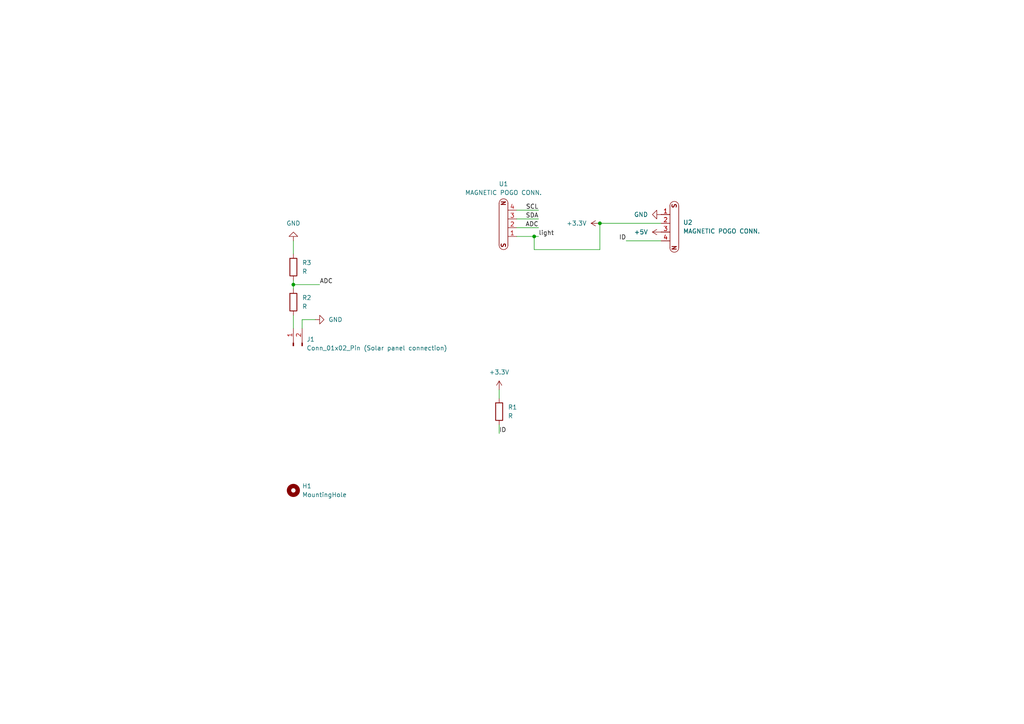
<source format=kicad_sch>
(kicad_sch (version 20250114) (generator "eeschema") (generator_version "9.0")
  (paper "A4")
  (lib_symbols
    (symbol "Connector:Conn_01x02_Pin" (pin_names (offset 1.016) (hide yes))
      (property "Reference" "J" (at 0 2.54 0))
      (property "Value" "Conn_01x02_Pin" (at 0 -5.08 0))
      (symbol "Conn_01x02_Pin_1_1"
        (rectangle (start 0.8636 0.127) (end 0 -0.127) (stroke (width 0.1524)) (fill (type outline)))
        (rectangle (start 0.8636 -2.413) (end 0 -2.667) (stroke (width 0.1524)) (fill (type outline)))
        (polyline (pts (xy 1.27 0) (xy 0.8636 0)) (stroke (width 0.1524)))
        (polyline (pts (xy 1.27 -2.54) (xy 0.8636 -2.54)) (stroke (width 0.1524)))
        (pin passive line (at 5.08 0 180) (length 3.81) (name "Pin_1") (number "1"))
        (pin passive line (at 5.08 -2.54 180) (length 3.81) (name "Pin_2") (number "2"))
      )
    )
    (symbol "Device:R" (pin_numbers (hide yes)) (pin_names (offset 0))
      (property "Reference" "R" (at 2.032 0 90))
      (property "Value" "R" (at 0 0 90))
      (symbol "R_0_1"
        (rectangle (start -1.016 -2.54) (end 1.016 2.54) (stroke (width 0.254)))
      )
      (symbol "R_1_1"
        (pin passive line (at 0 3.81 270) (length 1.27) (name "~") (number "1"))
        (pin passive line (at 0 -3.81 90) (length 1.27) (name "~") (number "2"))
      )
    )
    (symbol "Mechanical:MountingHole" (pin_names (offset 1.016)) (in_bom no)
      (property "Reference" "H" (at 0 5.08 0))
      (property "Value" "MountingHole" (at 0 3.175 0))
      (symbol "MountingHole_0_1"
        (circle (center 0 0) (radius 1.27) (stroke (width 1.27)))
      )
    )
    (symbol "magnetic_pogo_conn.:MAGNETIC_POGO_CONN."
      (property "Reference" "U" (at 0.508 4.826 0))
      (property "Value" "MAGNETIC POGO CONN." (at 0.508 2.54 0))
      (symbol "MAGNETIC_POGO_CONN._1_1"
        (rectangle (start -5.08 1.2954) (end 7.112 1.27) (fill (type background)))
        (arc (start -5.08 -1.27) (mid -6.35 0) (end -5.08 1.27))
        (rectangle (start -5.08 -1.2446) (end 7.112 -1.27) (fill (type background)))
        (arc (start 7.112 1.27) (mid 8.382 0) (end 7.112 -1.27))
        (text "S" (at -5.08 0 0) (effects (font (size 1.27 1.27) (thickness 0.254) (bold yes))))
        (text "N" (at 7.112 0 0) (effects (font (size 1.27 1.27) (thickness 0.254) (bold yes))))
        (pin bidirectional line (at -2.54 -3.81 90) (length 2.54) (name "") (number "1"))
        (pin bidirectional line (at 0 -3.81 90) (length 2.54) (name "") (number "2"))
        (pin bidirectional line (at 2.54 -3.81 90) (length 2.54) (name "") (number "3"))
        (pin bidirectional line (at 5.08 -3.81 90) (length 2.54) (name "") (number "4"))
      )
    )
    (symbol "power:+3.3V" (power) (pin_numbers (hide yes)) (pin_names (offset 0) (hide yes))
      (property "Value" "+3.3V" (at 0 3.556 0))
      (symbol "+3.3V_0_1"
        (polyline (pts (xy -0.762 1.27) (xy 0 2.54)))
        (polyline (pts (xy 0 2.54) (xy 0.762 1.27)))
        (polyline (pts (xy 0 0) (xy 0 2.54)))
      )
      (symbol "+3.3V_1_1"
        (pin power_in line (at 0 0 90) (length 0) (name "~") (number "1"))
      )
    )
    (symbol "power:+5V" (power) (pin_numbers (hide yes)) (pin_names (offset 0) (hide yes))
      (property "Value" "+5V" (at 0 3.556 0))
      (symbol "+5V_0_1"
        (polyline (pts (xy -0.762 1.27) (xy 0 2.54)))
        (polyline (pts (xy 0 2.54) (xy 0.762 1.27)))
        (polyline (pts (xy 0 0) (xy 0 2.54)))
      )
      (symbol "+5V_1_1"
        (pin power_in line (at 0 0 90) (length 0) (name "~") (number "1"))
      )
    )
    (symbol "power:GND" (power) (pin_numbers (hide yes)) (pin_names (offset 0) (hide yes))
      (property "Value" "GND" (at 0 -3.81 0))
      (symbol "GND_0_1"
        (polyline (pts (xy 0 0) (xy 0 -1.27) (xy 1.27 -1.27) (xy 0 -2.54) (xy -1.27 -1.27) (xy 0 -1.27)))
      )
      (symbol "GND_1_1"
        (pin power_in line (at 0 0 270) (length 0) (name "~") (number "1"))
      )
    )
  )
  (junction (at 85.09 82.55))
  (junction (at 173.99 64.77))
  (junction (at 154.94 68.58))
  (wire (pts (xy 149.86 68.58) (xy 154.94 68.58)))
  (wire (pts (xy 144.78 113.03) (xy 144.78 115.57)))
  (wire (pts (xy 156.21 66.04) (xy 149.86 66.04)))
  (wire (pts (xy 85.09 91.44) (xy 85.09 95.25)))
  (wire (pts (xy 154.94 72.39) (xy 154.94 68.58)))
  (wire (pts (xy 85.09 82.55) (xy 85.09 83.82)))
  (wire (pts (xy 85.09 82.55) (xy 92.71 82.55)))
  (wire (pts (xy 173.99 64.77) (xy 173.99 72.39)))
  (wire (pts (xy 181.61 69.85) (xy 191.77 69.85)))
  (wire (pts (xy 87.63 92.71) (xy 91.44 92.71)))
  (wire (pts (xy 156.21 60.96) (xy 149.86 60.96)))
  (wire (pts (xy 154.94 68.58) (xy 156.21 68.58)))
  (wire (pts (xy 85.09 69.85) (xy 85.09 73.66)))
  (wire (pts (xy 144.78 125.73) (xy 144.78 123.19)))
  (wire (pts (xy 87.63 95.25) (xy 87.63 92.71)))
  (wire (pts (xy 173.99 64.77) (xy 191.77 64.77)))
  (wire (pts (xy 173.99 72.39) (xy 154.94 72.39)))
  (wire (pts (xy 156.21 63.5) (xy 149.86 63.5)))
  (wire (pts (xy 85.09 81.28) (xy 85.09 82.55)))
  (label "ADC" (at 92.71 82.55 0))
  (label "SCL" (at 156.21 60.96 180))
  (label "light" (at 156.21 68.58 0))
  (label "SDA" (at 156.21 63.5 180))
  (label "ID" (at 144.78 125.73 0))
  (label "ID" (at 181.61 69.85 180))
  (label "ADC" (at 156.21 66.04 180))
  (symbol (lib_id "Mechanical:MountingHole") (at 85.09 142.24 0) (unit 1) (in_bom no)
    (property "Reference" "H1" (at 87.63 140.9699 0) (effects (justify left)))
    (property "Value" "MountingHole" (at 87.63 143.5099 0) (effects (justify left)))
    (property "Footprint" "MountingHole:MountingHole_2.7mm_M2.5_Pad" (effects (hide yes)))
    (property "Description" "Mounting Hole without connection" (effects (hide yes)))
  )
  (symbol (lib_id "power:GND") (at 91.44 92.71 90) (unit 1)
    (property "Reference" "#PWR04" (effects (hide yes)))
    (property "Value" "GND" (at 95.25 92.7099 90) (effects (justify right)))
    (property "Description" "Power symbol creates a global label with name \"GND\" , ground" (effects (hide yes)))
  )
  (symbol (lib_id "magnetic_pogo_conn.:MAGNETIC_POGO_CONN.") (at 146.05 66.04 90) (unit 1)
    (property "Reference" "U1" (at 146.0373 53.34 90))
    (property "Value" "MAGNETIC POGO CONN." (at 146.0373 55.88 90))
    (property "Footprint" "batteryholder:MAGNETIC POGO CONN." (effects (hide yes)))
  )
  (symbol (lib_id "power:GND") (at 191.77 62.23 270) (unit 1)
    (property "Reference" "#PWR01" (effects (hide yes)))
    (property "Value" "GND" (at 187.96 62.2299 90) (effects (justify right)))
    (property "Description" "Power symbol creates a global label with name \"GND\" , ground" (effects (hide yes)))
  )
  (symbol (lib_id "Device:R") (at 85.09 77.47 0) (unit 1)
    (property "Reference" "R3" (at 87.63 76.1999 0) (effects (justify left)))
    (property "Value" "R" (at 87.63 78.7399 0) (effects (justify left)))
    (property "Footprint" "Resistor_SMD:R_0805_2012Metric" (effects (hide yes)))
    (property "Description" "Resistor" (effects (hide yes)))
  )
  (symbol (lib_id "power:+3.3V") (at 144.78 113.03 0) (unit 1)
    (property "Reference" "#PWR02" (effects (hide yes)))
    (property "Value" "+3.3V" (at 144.78 107.95 0))
    (property "Description" "Power symbol creates a global label with name \"+3.3V\"" (effects (hide yes)))
  )
  (symbol (lib_id "magnetic_pogo_conn.:MAGNETIC_POGO_CONN.") (at 195.58 64.77 270) (unit 1)
    (property "Reference" "U2" (at 198.12 64.5159 90) (effects (justify left)))
    (property "Value" "MAGNETIC POGO CONN." (at 198.12 67.0559 90) (effects (justify left)))
    (property "Footprint" "batteryholder:MAGNETIC POGO CONN." (effects (hide yes)))
  )
  (symbol (lib_id "power:+3.3V") (at 173.99 64.77 90) (unit 1)
    (property "Reference" "#PWR03" (effects (hide yes)))
    (property "Value" "+3.3V" (at 170.18 64.7699 90) (effects (justify left)))
    (property "Description" "Power symbol creates a global label with name \"+3.3V\"" (effects (hide yes)))
  )
  (symbol (lib_id "Device:R") (at 85.09 87.63 0) (unit 1)
    (property "Reference" "R2" (at 87.63 86.3599 0) (effects (justify left)))
    (property "Value" "R" (at 87.63 88.8999 0) (effects (justify left)))
    (property "Footprint" "Resistor_SMD:R_0805_2012Metric" (effects (hide yes)))
    (property "Description" "Resistor" (effects (hide yes)))
  )
  (symbol (lib_id "Connector:Conn_01x02_Pin") (at 85.09 100.33 90) (unit 1)
    (property "Reference" "J1" (at 88.9 98.4249 90) (effects (justify right)))
    (property "Value" "Conn_01x02_Pin (Solar panel connection)" (at 88.9 100.9649 90) (effects (justify right)))
    (property "Footprint" "Connector_JST:JST_PH_B2B-PH-K_1x02_P2.00mm_Vertical" (effects (hide yes)))
    (property "Description" "Generic connector, single row, 01x02, script generated" (effects (hide yes)))
  )
  (symbol (lib_id "power:GND") (at 85.09 69.85 180) (unit 1)
    (property "Reference" "#PWR05" (effects (hide yes)))
    (property "Value" "GND" (at 85.09 64.77 0))
    (property "Description" "Power symbol creates a global label with name \"GND\" , ground" (effects (hide yes)))
  )
  (symbol (lib_id "Device:R") (at 144.78 119.38 0) (unit 1)
    (property "Reference" "R1" (at 147.32 118.1099 0) (effects (justify left)))
    (property "Value" "R" (at 147.32 120.6499 0) (effects (justify left)))
    (property "Footprint" "Resistor_SMD:R_0805_2012Metric" (effects (hide yes)))
    (property "Description" "Resistor" (effects (hide yes)))
  )
  (symbol (lib_id "power:+5V") (at 191.77 67.31 90) (unit 1)
    (property "Reference" "#PWR06" (effects (hide yes)))
    (property "Value" "+5V" (at 187.96 67.3099 90) (effects (justify left)))
    (property "Description" "Power symbol creates a global label with name \"+5V\"" (effects (hide yes)))
  )
)
</source>
